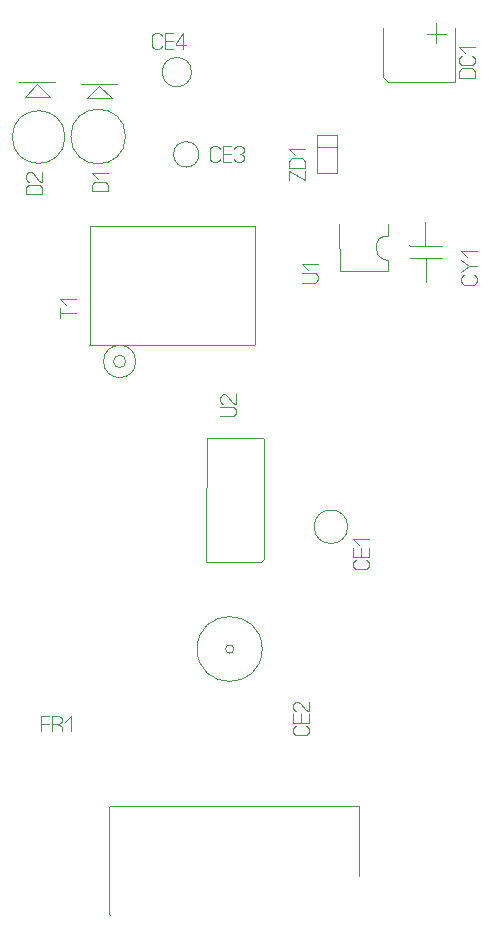
<source format=gbr>
%FSLAX34Y34*%
%MOMM*%
%LNCOPPER_BOTTOM*%
G71*
G01*
%ADD10C, 0.10*%
%ADD11C, 0.09*%
%LPD*%
G54D10*
G75*
G01X-366344Y885000D02*
G03X-366344Y885000I23164J0D01*
G01*
G54D10*
G75*
G01X-415942Y884545D02*
G03X-415942Y884545I22306J0D01*
G01*
G54D10*
X-327489Y929775D02*
X-357924Y929775D01*
X-357957Y929666D01*
G54D10*
X-331390Y917151D02*
X-331467Y917151D01*
X-342305Y927989D01*
X-352989Y917304D01*
X-331544Y917304D01*
X-331390Y917151D01*
G54D10*
X-379831Y930897D02*
X-410266Y930897D01*
X-410299Y930788D01*
G54D10*
X-383732Y918273D02*
X-383809Y918273D01*
X-394647Y929111D01*
X-405331Y918427D01*
X-383886Y918427D01*
X-383732Y918273D01*
G54D11*
X-390566Y836050D02*
X-403899Y836050D01*
X-403899Y841050D01*
X-403066Y843050D01*
X-401399Y844050D01*
X-393066Y844050D01*
X-391399Y843050D01*
X-390566Y841050D01*
X-390566Y836050D01*
G54D11*
X-390566Y854717D02*
X-390566Y846717D01*
X-391399Y846717D01*
X-393066Y847717D01*
X-398066Y853717D01*
X-399733Y854717D01*
X-401399Y854717D01*
X-403066Y853717D01*
X-403899Y851717D01*
X-403899Y849717D01*
X-403066Y847717D01*
X-401399Y846717D01*
G54D11*
X-335220Y838421D02*
X-348553Y838421D01*
X-348553Y843421D01*
X-347720Y845421D01*
X-346053Y846421D01*
X-337720Y846421D01*
X-336053Y845421D01*
X-335220Y843421D01*
X-335220Y838421D01*
G54D11*
X-343553Y849088D02*
X-348553Y854088D01*
X-335220Y854088D01*
G54D10*
G75*
G01X-288983Y939510D02*
G03X-288983Y939510I12410J0D01*
G01*
G54D10*
G75*
G01X-279400Y869822D02*
G03X-279400Y869822I10761J0D01*
G01*
G54D11*
X-289403Y961356D02*
X-290403Y959689D01*
X-292403Y958856D01*
X-294403Y958856D01*
X-296403Y959689D01*
X-297403Y961356D01*
X-297403Y969689D01*
X-296403Y971356D01*
X-294403Y972189D01*
X-292403Y972189D01*
X-290403Y971356D01*
X-289403Y969689D01*
G54D11*
X-279736Y958856D02*
X-286736Y958856D01*
X-286736Y972189D01*
X-279736Y972189D01*
G54D11*
X-286736Y965522D02*
X-279736Y965522D01*
G54D11*
X-271069Y958856D02*
X-271069Y972189D01*
X-277069Y963856D01*
X-277069Y962189D01*
X-269069Y962189D01*
G54D11*
X-240309Y866268D02*
X-241309Y864601D01*
X-243309Y863768D01*
X-245309Y863768D01*
X-247309Y864601D01*
X-248309Y866268D01*
X-248309Y874601D01*
X-247309Y876268D01*
X-245309Y877101D01*
X-243309Y877101D01*
X-241309Y876268D01*
X-240309Y874601D01*
G54D11*
X-230642Y863768D02*
X-237642Y863768D01*
X-237642Y877101D01*
X-230642Y877101D01*
G54D11*
X-237642Y870435D02*
X-230642Y870435D01*
G54D11*
X-227975Y874601D02*
X-226975Y876268D01*
X-224975Y877101D01*
X-222975Y877101D01*
X-220975Y876268D01*
X-219975Y874601D01*
X-219975Y872935D01*
X-220975Y871268D01*
X-222975Y870435D01*
X-220975Y869601D01*
X-219975Y867935D01*
X-219975Y866268D01*
X-220975Y864601D01*
X-222975Y863768D01*
X-224975Y863768D01*
X-226975Y864601D01*
X-227975Y866268D01*
G54D10*
X-40984Y977049D02*
X-40984Y931148D01*
X-97702Y931148D01*
X-101689Y935135D01*
X-101689Y977027D01*
X-101858Y977196D01*
G54D11*
X-181449Y847826D02*
X-181449Y855826D01*
X-168116Y847826D01*
X-168116Y855826D01*
G54D11*
X-168116Y858493D02*
X-181449Y858493D01*
X-181449Y863493D01*
X-180616Y865493D01*
X-178949Y866493D01*
X-170616Y866493D01*
X-168949Y865493D01*
X-168116Y863493D01*
X-168116Y858493D01*
G54D11*
X-176449Y869160D02*
X-181449Y874160D01*
X-168116Y874160D01*
G54D11*
X-170338Y761353D02*
X-159505Y761353D01*
X-157838Y762353D01*
X-157005Y764353D01*
X-157005Y766353D01*
X-157838Y768353D01*
X-159505Y769353D01*
X-170338Y769353D01*
G54D11*
X-165338Y772020D02*
X-170338Y777020D01*
X-157005Y777020D01*
G54D10*
X-97585Y810628D02*
X-97585Y801449D01*
X-97633Y800627D01*
X-101932Y800483D01*
X-105317Y798691D01*
X-107701Y795169D01*
X-108292Y790307D01*
X-107246Y785990D01*
X-106763Y785507D01*
X-105240Y784143D01*
X-101709Y780936D01*
X-97585Y780449D01*
X-97585Y771014D01*
X-134300Y771014D01*
X-138526Y771016D01*
X-138864Y809178D01*
X-138903Y810719D01*
G54D11*
X-25071Y767666D02*
X-23404Y766666D01*
X-22571Y764666D01*
X-22571Y762666D01*
X-23404Y760666D01*
X-25071Y759666D01*
X-33404Y759666D01*
X-35071Y760666D01*
X-35904Y762666D01*
X-35904Y764666D01*
X-35071Y766666D01*
X-33404Y767666D01*
G54D11*
X-35904Y770333D02*
X-29238Y775333D01*
X-22571Y775333D01*
G54D11*
X-29238Y775333D02*
X-35904Y780333D01*
G54D11*
X-30904Y783000D02*
X-35904Y788000D01*
X-22571Y788000D01*
G54D10*
X-51714Y792571D02*
X-79429Y792571D01*
X-79714Y792857D01*
G54D10*
X-51714Y782000D02*
X-79143Y782000D01*
X-79429Y782286D01*
G54D10*
X-66286Y812571D02*
X-66286Y792286D01*
G54D10*
X-66000Y782000D02*
X-66000Y762000D01*
G54D11*
X-362264Y735441D02*
X-375597Y735441D01*
G54D11*
X-375597Y731441D02*
X-375597Y739441D01*
G54D11*
X-370597Y742108D02*
X-375597Y747108D01*
X-362264Y747108D01*
G54D11*
X-239748Y648000D02*
X-228915Y648000D01*
X-227248Y649000D01*
X-226415Y651000D01*
X-226415Y653000D01*
X-227248Y655000D01*
X-228915Y656000D01*
X-239748Y656000D01*
G54D11*
X-226415Y666667D02*
X-226415Y658667D01*
X-227248Y658667D01*
X-228915Y659667D01*
X-233915Y665667D01*
X-235582Y666667D01*
X-237248Y666667D01*
X-238915Y665667D01*
X-239748Y663667D01*
X-239748Y661667D01*
X-238915Y659667D01*
X-237248Y658667D01*
G54D10*
X-203774Y629560D02*
X-250314Y629560D01*
X-251443Y629389D01*
X-251572Y545912D01*
X-251659Y542331D01*
X-251658Y538521D01*
X-251658Y533838D01*
X-251570Y524338D01*
X-238994Y524528D01*
X-205660Y524528D01*
X-203145Y527044D01*
X-203145Y628931D01*
X-203774Y629560D01*
G54D10*
G75*
G01X-235266Y451050D02*
G03X-235266Y451050I3446J0D01*
G01*
G54D10*
G75*
G01X-259292Y451050D02*
G03X-259292Y451050I27472J0D01*
G01*
G54D10*
X-210063Y809434D02*
X-349686Y809434D01*
X-350314Y808805D01*
X-350314Y708805D01*
X-350943Y708176D01*
X-211321Y708176D01*
X-210063Y709434D01*
X-210063Y809434D01*
G54D10*
X-141143Y886286D02*
X-157714Y886286D01*
X-157714Y853714D01*
X-141143Y853714D01*
X-141143Y886286D01*
G54D10*
G75*
G01X-330200Y694545D02*
G03X-330200Y694545I5200J0D01*
G01*
G54D10*
G75*
G01X-338647Y694545D02*
G03X-338647Y694545I13647J0D01*
G01*
G54D10*
X-141143Y876286D02*
X-157714Y876286D01*
X-158000Y876000D01*
G54D10*
G75*
G01X-160377Y554545D02*
G03X-160377Y554545I14223J0D01*
G01*
G54D11*
X-116336Y526692D02*
X-114669Y525692D01*
X-113836Y523692D01*
X-113836Y521692D01*
X-114669Y519692D01*
X-116336Y518692D01*
X-124669Y518692D01*
X-126336Y519692D01*
X-127169Y521692D01*
X-127169Y523692D01*
X-126336Y525692D01*
X-124669Y526692D01*
G54D11*
X-113836Y536359D02*
X-113836Y529359D01*
X-127169Y529359D01*
X-127169Y536359D01*
G54D11*
X-120503Y529359D02*
X-120503Y536359D01*
G54D11*
X-122169Y539026D02*
X-127169Y544026D01*
X-113836Y544026D01*
G54D11*
X-167280Y385956D02*
X-165613Y384956D01*
X-164780Y382956D01*
X-164780Y380956D01*
X-165613Y378956D01*
X-167280Y377956D01*
X-175613Y377956D01*
X-177280Y378956D01*
X-178113Y380956D01*
X-178113Y382956D01*
X-177280Y384956D01*
X-175613Y385956D01*
G54D11*
X-164780Y395623D02*
X-164780Y388623D01*
X-178113Y388623D01*
X-178113Y395623D01*
G54D11*
X-171447Y388623D02*
X-171447Y395623D01*
G54D11*
X-164780Y406290D02*
X-164780Y398290D01*
X-165613Y398290D01*
X-167280Y399290D01*
X-172280Y405290D01*
X-173947Y406290D01*
X-175613Y406290D01*
X-177280Y405290D01*
X-178113Y403290D01*
X-178113Y401290D01*
X-177280Y399290D01*
X-175613Y398290D01*
G54D11*
X-391692Y381264D02*
X-391692Y394598D01*
X-384692Y394598D01*
G54D11*
X-391692Y387931D02*
X-384692Y387931D01*
G54D11*
X-378024Y387931D02*
X-375024Y386264D01*
X-374024Y384598D01*
X-374024Y381264D01*
G54D11*
X-382024Y381264D02*
X-382024Y394598D01*
X-377024Y394598D01*
X-375024Y393764D01*
X-374024Y392098D01*
X-374024Y390431D01*
X-375024Y388764D01*
X-377024Y387931D01*
X-382024Y387931D01*
G54D11*
X-371358Y389598D02*
X-366358Y394598D01*
X-366358Y381264D01*
G54D10*
X-122642Y259120D02*
X-122642Y318239D01*
X-333333Y318239D01*
X-333962Y317610D01*
X-333962Y226415D01*
X-333333Y225786D01*
G54D10*
X-48327Y971747D02*
X-65056Y971747D01*
G54D10*
X-56877Y981041D02*
X-56877Y963941D01*
G54D11*
X-24286Y934571D02*
X-37619Y934571D01*
X-37619Y939571D01*
X-36786Y941571D01*
X-35119Y942571D01*
X-26786Y942571D01*
X-25119Y941571D01*
X-24286Y939571D01*
X-24286Y934571D01*
G54D11*
X-26786Y953238D02*
X-25119Y952238D01*
X-24286Y950238D01*
X-24286Y948238D01*
X-25119Y946238D01*
X-26786Y945238D01*
X-35119Y945238D01*
X-36786Y946238D01*
X-37619Y948238D01*
X-37619Y950238D01*
X-36786Y952238D01*
X-35119Y953238D01*
G54D11*
X-32619Y955905D02*
X-37619Y960905D01*
X-24286Y960905D01*
M02*

</source>
